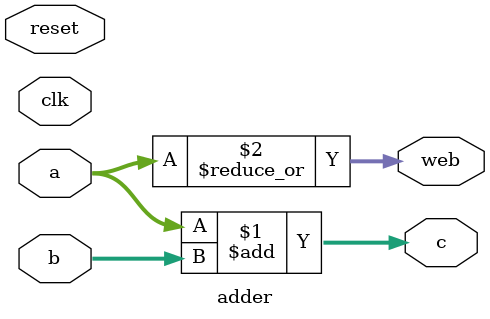
<source format=v>
`timescale 1ns / 1ps


module adder(
    input           clk,
    input           reset,
    input   [31:0]  a,
    input   [31:0]  b,
    output  [31:0]  c,
    output  [3:0]   web
    
    );
    assign c = a+b;
    assign web = |a;

endmodule

</source>
